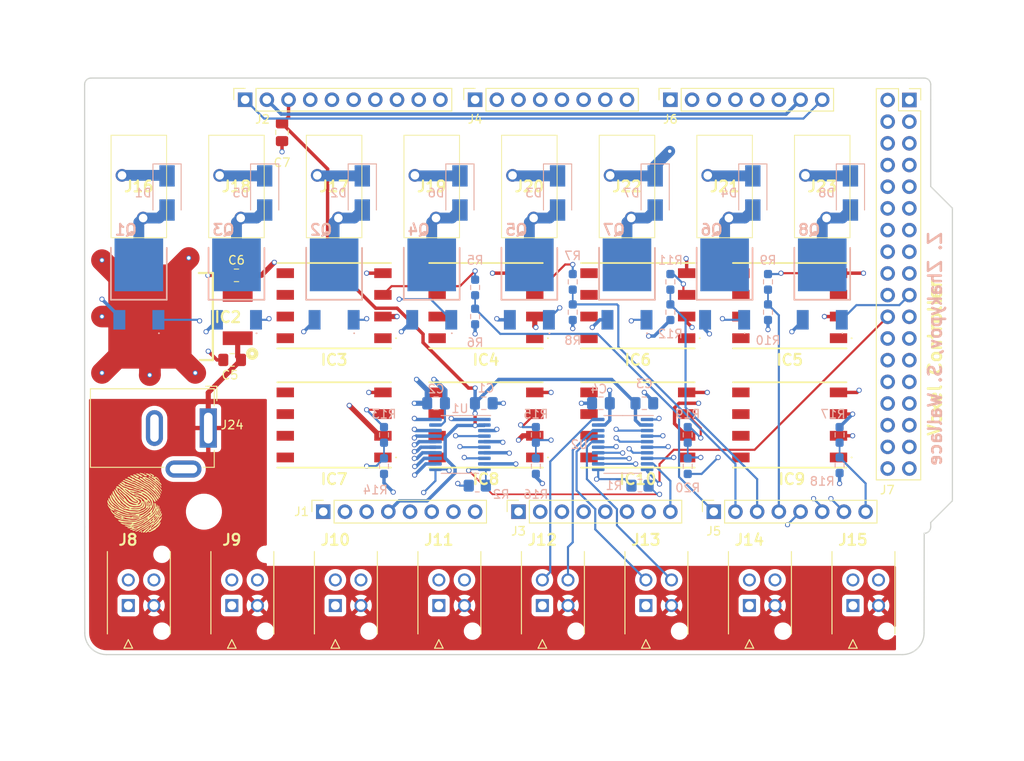
<source format=kicad_pcb>
(kicad_pcb (version 20211014) (generator pcbnew)
  (title_block (title "PneumaticValveController") (date "13 November 2022") (rev "Rev2") (company "CHARM Lab"))
  (layers (0 "F.Cu" signal) (1 "In1.Cu" signal) (2 "In2.Cu" signal) (31 "B.Cu" signal) (34 "B.Paste" user) (35 "F.Paste" user) (36 "B.SilkS" user "B.Silkscreen") (37 "F.SilkS" user "F.Silkscreen") (38 "B.Mask" user) (39 "F.Mask" user) (44 "Edge.Cuts" user))
  (net 0 "")
  (net 1 "GND")
  (net 2 "+12V")
  (net 3 "Net-(D1-Pad2)")
  (net 4 "Net-(D2-Pad2)")
  (net 5 "Net-(D3-Pad2)")
  (net 6 "Net-(D4-Pad2)")
  (net 7 "Net-(D5-Pad2)")
  (net 8 "Net-(D6-Pad2)")
  (net 9 "Net-(D7-Pad2)")
  (net 10 "Net-(D8-Pad2)")
  (net 11 "+5V")
  (net 12 "+3.3V")
  (net 16 "/PneumaticsAndConnectors/IOREF")
  (net 17 "/Pump/PUMP1_PWM_5")
  (net 18 "/Pump/PUMP1_FB_5")
  (net 19 "/Pump/PUMP2_PWM_5")
  (net 20 "/Pump/PUMP2_FB_5")
  (net 21 "/Pump/PUMP3_PWM_5")
  (net 22 "/Pump/PUMP3_FB_5")
  (net 23 "/Pump/PUMP4_PWM_5")
  (net 24 "/Pump/PUMP4_FB_5")
  (net 25 "/Pump/PUMP5_PWM_5")
  (net 26 "/Pump/PUMP5_FB_5")
  (net 27 "/Pump/PUMP6_PWM_5")
  (net 28 "/Pump/PUMP6_FB_5")
  (net 29 "/Pump/PUMP7_PWM_5")
  (net 30 "/Pump/PUMP7_FB_5")
  (net 31 "/Pump/PUMP8_PWM_5")
  (net 32 "/Pump/PUMP8_FB_5")
  (net 33 "PUMP8_PWM_3.3")
  (net 34 "PUMP7_PWM_3.3")
  (net 35 "PUMP2_FB_3.3")
  (net 36 "PUMP3_FB_3.3")
  (net 37 "PUMP4_FB_3.3")
  (net 38 "PUMP5_FB_3.3")
  (net 39 "PUMP6_FB_3.3")
  (net 40 "PUMP7_FB_3.3")
  (net 41 "PUMP8_FB_3.3")
  (net 42 "PUMP6_PWM_3.3")
  (net 43 "PUMP5_PWM_3.3")
  (net 44 "PUMP4_PWM_3.3")
  (net 45 "PUMP3_PWM_3.3")
  (net 46 "PUMP2_PWM_3.3")
  (net 47 "/PneumaticsAndConnectors/~{RESET}")
  (net 48 "/PneumaticsAndConnectors/SOL2")
  (net 49 "/PneumaticsAndConnectors/SOL1")
  (net 50 "/PneumaticsAndConnectors/SOL4")
  (net 51 "/PneumaticsAndConnectors/SOL3")
  (net 52 "/PneumaticsAndConnectors/SOL6")
  (net 53 "/PneumaticsAndConnectors/SOL5")
  (net 54 "/PneumaticsAndConnectors/SOL8")
  (net 55 "/PneumaticsAndConnectors/SOL7")
  (net 57 "Net-(IC3-Pad3)")
  (net 63 "Net-(IC4-Pad3)")
  (net 69 "Net-(IC5-Pad3)")
  (net 75 "Net-(IC6-Pad3)")
  (net 81 "Net-(IC7-Pad3)")
  (net 87 "Net-(IC8-Pad3)")
  (net 93 "Net-(IC9-Pad3)")
  (net 99 "Net-(IC10-Pad3)")
  (net 104 "PRESSURE_ADC1")
  (net 105 "PRESSURE_ADC2")
  (net 106 "PRESSURE_ADC3")
  (net 107 "PRESSURE_ADC4")
  (net 108 "PRESSURE_ADC5")
  (net 109 "PRESSURE_ADC6")
  (net 110 "PRESSURE_ADC7")
  (net 111 "PRESSURE_ADC8")
  (net 112 "/PneumaticsAndConnectors/SCL{slash}21")
  (net 113 "/PneumaticsAndConnectors/SDA{slash}20")
  (net 114 "/PneumaticsAndConnectors/*13")
  (net 115 "/PneumaticsAndConnectors/*12")
  (net 116 "/PneumaticsAndConnectors/*11")
  (net 117 "/PneumaticsAndConnectors/*10")
  (net 118 "LS_ENABLE")
  (net 119 "/PneumaticsAndConnectors/TX0{slash}1")
  (net 120 "/PneumaticsAndConnectors/RX0{slash}0")
  (net 121 "/PneumaticsAndConnectors/TX3{slash}14")
  (net 122 "/PneumaticsAndConnectors/RX3{slash}15")
  (net 123 "/PneumaticsAndConnectors/TX2{slash}16")
  (net 124 "/PneumaticsAndConnectors/RX2{slash}17")
  (net 125 "/PneumaticsAndConnectors/TX1{slash}18")
  (net 126 "/PneumaticsAndConnectors/RX1{slash}19")
  (net 127 "/PneumaticsAndConnectors/*52")
  (net 128 "/PneumaticsAndConnectors/53")
  (net 129 "/PneumaticsAndConnectors/50")
  (net 130 "/PneumaticsAndConnectors/51")
  (net 131 "/PneumaticsAndConnectors/*46")
  (net 132 "/PneumaticsAndConnectors/47")
  (net 133 "/PneumaticsAndConnectors/*44")
  (net 134 "/PneumaticsAndConnectors/*45")
  (net 135 "/PneumaticsAndConnectors/38")
  (net 136 "/PneumaticsAndConnectors/39")
  (net 137 "/PneumaticsAndConnectors/34")
  (net 138 "/PneumaticsAndConnectors/32")
  (net 139 "/PneumaticsAndConnectors/33")
  (net 140 "/PneumaticsAndConnectors/30")
  (net 141 "/PneumaticsAndConnectors/31")
  (net 142 "/PneumaticsAndConnectors/28")
  (net 143 "/PneumaticsAndConnectors/29")
  (net 144 "/PneumaticsAndConnectors/26")
  (net 145 "/PneumaticsAndConnectors/27")
  (net 146 "/PneumaticsAndConnectors/24")
  (net 147 "/PneumaticsAndConnectors/25")
  (net 148 "/PneumaticsAndConnectors/22")
  (net 149 "/PneumaticsAndConnectors/23")
  (net 150 "PUMP1_FB_3.3")
  (net 151 "PUMP1_PWM_3.3")
  (footprint "ValveController:43045-0412" (layer "F.Cu") (at 165.71214 108.45735 -90)
    (fp_text reference "J13")
    (fp_text value "PUMP6" hide)
  )
  (footprint "ValveController:1990009" (layer "F.Cu") (at 128.46 65.36 180)
    (fp_text reference "J17")
    (fp_text value "SOL3" hide)
  )
  (footprint "Connector_PinSocket_2.54mm:PinSocket_2x18_P2.54mm_Vertical" (layer "F.Cu") (at 196.56 49.23)
    (fp_text reference "J7")
    (fp_text value "Digital")
  )
  (footprint "ValveController:CharmLogo" (layer "F.Cu") (at 105.842 96.444 -90)
    (fp_text reference "G***" hide)
    (fp_text value "LOGO" hide)
  )
  (footprint "Connector_PinSocket_2.54mm:PinSocket_1x08_P2.54mm_Vertical" (layer "F.Cu") (at 173.66 97.46 90)
    (fp_text reference "J5")
    (fp_text value "Analog")
  )
  (footprint "Connector_PinSocket_2.54mm:PinSocket_1x08_P2.54mm_Vertical" (layer "F.Cu") (at 127.94 97.46 90)
    (fp_text reference "J1")
    (fp_text value "Power")
  )
  (footprint "Capacitor_SMD:C_0805_2012Metric_Pad1.18x1.45mm_HandSolder" (layer "F.Cu") (at 117.78 69.774 180)
    (fp_text reference "C6")
    (fp_text value "0.1µF")
  )
  (footprint "ValveController:1990009" (layer "F.Cu") (at 162.75 65.36 180)
    (fp_text reference "J22")
    (fp_text value "SOL6" hide)
  )
  (footprint "Connector_PinSocket_2.54mm:PinSocket_1x10_P2.54mm_Vertical" (layer "F.Cu") (at 118.796 49.2 90)
    (fp_text reference "J2")
    (fp_text value "PWM")
  )
  (footprint "Arduino_MountingHole:MountingHole_3.2mm" (layer "F.Cu") (at 196.52 97.46)
    (fp_text reference "MH6" hide)
    (fp_text value "MountingHole_3.2mm" hide)
  )
  (footprint "Connector_PinSocket_2.54mm:PinSocket_1x08_P2.54mm_Vertical" (layer "F.Cu") (at 145.72 49.2 90)
    (fp_text reference "J4")
    (fp_text value "PWM")
  )
  (footprint "ValveController:SSCMANN015PAAA5" (layer "F.Cu") (at 164.77 87.3 90)
    (fp_text reference "IC10")
    (fp_text value "PS7" hide)
  )
  (footprint "Capacitor_SMD:C_0805_2012Metric_Pad1.18x1.45mm_HandSolder" (layer "F.Cu") (at 117.272 79.68 180)
    (fp_text reference "C5")
    (fp_text value "0.33µF")
  )
  (footprint "ValveController:43045-0412" (layer "F.Cu") (at 153.592712 108.45735 -90)
    (fp_text reference "J12")
    (fp_text value "PUMP5" hide)
  )
  (footprint "ValveController:43045-0412" (layer "F.Cu") (at 189.951 108.45735 -90)
    (fp_text reference "J15")
    (fp_text value "PUMP8" hide)
  )
  (footprint "Connector_PinSocket_2.54mm:PinSocket_1x08_P2.54mm_Vertical" (layer "F.Cu") (at 168.58 49.2 90)
    (fp_text reference "J6")
    (fp_text value "Communication" hide)
  )
  (footprint "Arduino_MountingHole:MountingHole_3.2mm" (layer "F.Cu") (at 115.24 49.2)
    (fp_text reference "MH1" hide)
    (fp_text value "MountingHole_3.2mm" hide)
  )
  (footprint "ValveController:43045-0412" (layer "F.Cu") (at 117.234428 108.45735 -90)
    (fp_text reference "J9")
    (fp_text value "PUMP2" hide)
  )
  (footprint "ValveController:43045-0412" (layer "F.Cu") (at 177.831568 108.45735 -90)
    (fp_text reference "J14")
    (fp_text value "PUMP7" hide)
  )
  (footprint "Capacitor_SMD:C_0805_2012Metric_Pad1.18x1.45mm_HandSolder" (layer "F.Cu") (at 123.114 53.01 -90)
    (fp_text reference "C7")
    (fp_text value "0.1µF")
  )
  (footprint "ValveController:SSCMANN015PAAA5" (layer "F.Cu") (at 146.99 87.3 90)
    (fp_text reference "IC8")
    (fp_text value "PS6" hide)
  )
  (footprint "ValveController:43045-0412" (layer "F.Cu") (at 141.473284 108.45735 -90)
    (fp_text reference "J11")
    (fp_text value "PUMP4" hide)
  )
  (footprint "Connector_PinSocket_2.54mm:PinSocket_1x08_P2.54mm_Vertical" (layer "F.Cu") (at 150.8 97.46 90)
    (fp_text reference "J3")
    (fp_text value "Analog")
  )
  (footprint "ValveController:SSCMANN015PAAA5" (layer "F.Cu") (at 146.99 73.33 90)
    (fp_text reference "IC4")
    (fp_text value "PS2" hide)
  )
  (footprint "ValveController:SSCMANN015PAAA5" (layer "F.Cu") (at 182.55 73.33 90)
    (fp_text reference "IC5")
    (fp_text value "PS4" hide)
  )
  (footprint "ValveController:1990009" (layer "F.Cu") (at 151.32 65.36 180)
    (fp_text reference "J20")
    (fp_text value "SOL5" hide)
  )
  (footprint "Connector_BarrelJack:BarrelJack_GCT_DCJ200-10-A_Horizontal" (layer "F.Cu") (at 114.478 87.666 -90)
    (fp_text reference "J24")
    (fp_text value "Barrel_Jack")
  )
  (footprint "ValveController:1990009" (layer "F.Cu") (at 117.03 65.36 180)
    (fp_text reference "J18")
    (fp_text value "SOL2" hide)
  )
  (footprint "ValveController:SSCMANN015PAAA5" (layer "F.Cu") (at 129.21 73.33 90)
    (fp_text reference "IC3")
    (fp_text value "PS1" hide)
  )
  (footprint "ValveController:43045-0412" (layer "F.Cu") (at 105.115 108.45735 -90)
    (fp_text reference "J8")
    (fp_text value "PUMP1" hide)
  )
  (footprint "ValveController:43045-0412" (layer "F.Cu") (at 129.353856 108.45735 -90)
    (fp_text reference "J10")
    (fp_text value "PUMP3" hide)
  )
  (footprint "ValveController:1990009" (layer "F.Cu") (at 139.89 65.36 180)
    (fp_text reference "J19")
    (fp_text value "SOL4" hide)
  )
  (footprint "ValveController:1990009" (layer "F.Cu") (at 174.18 65.36 180)
    (fp_text reference "J21")
    (fp_text value "SOL7" hide)
  )
  (footprint "ValveController:1990009" (layer "F.Cu") (at 105.6 65.36 180)
    (fp_text reference "J16")
    (fp_text value "SOL1" hide)
  )
  (footprint "ValveController:SSCMANN015PAAA5" (layer "F.Cu") (at 164.77 73.33 90)
    (fp_text reference "IC6")
    (fp_text value "PS3" hide)
  )
  (footprint "ValveController:1990009" (layer "F.Cu") (at 185.61 65.36 180)
    (fp_text reference "J23")
    (fp_text value "SOL8" hide)
  )
  (footprint "ValveController:SSCMANN015PAAA5" (layer "F.Cu") (at 129.21 87.3 90)
    (fp_text reference "IC7")
    (fp_text value "PS5" hide)
  )
  (footprint "Arduino_MountingHole:MountingHole_3.2mm" (layer "F.Cu") (at 113.97 97.46)
    (fp_text reference "MH2" hide)
    (fp_text value "MountingHole_3.2mm" hide)
  )
  (footprint "ValveController:SSCMANN015PAAA5" (layer "F.Cu") (at 182.55 87.3 90)
    (fp_text reference "IC9")
    (fp_text value "PS8" hide)
  )
  (footprint "ValveController:D2PAK-STB35NF10T4" (layer "F.Cu") (at 115.017 69.5)
    (fp_text reference "IC2")
    (fp_text value "L7805ABD2T-TR" hide)
  )
  (footprint "Arduino_MountingHole:MountingHole_3.2mm" (layer "F.Cu") (at 190.17 49.2)
    (fp_text reference "MH5" hide)
    (fp_text value "MountingHole_3.2mm" hide)
  )
  (footprint "Resistor_SMD:R_0603_1608Metric_Pad0.98x0.95mm_HandSolder" (layer "B.Cu") (at 135.052 92.126 -90)
    (fp_text reference "R14")
    (fp_text value "66kΩ")
  )
  (footprint "Diode_SMD:D_SMA" (layer "B.Cu") (at 178.232 60.122 -90)
    (fp_text reference "D4")
    (fp_text value "US1J")
  )
  (footprint "Resistor_SMD:R_0603_1608Metric_Pad0.98x0.95mm_HandSolder" (layer "B.Cu") (at 180.01 70.536 -90)
    (fp_text reference "R9")
    (fp_text value "34kΩ")
  )
  (footprint "Resistor_SMD:R_0603_1608Metric_Pad0.98x0.95mm_HandSolder" (layer "B.Cu") (at 188.392 92.0225 -90)
    (fp_text reference "R18")
    (fp_text value "66kΩ")
  )
  (footprint "Resistor_SMD:R_0603_1608Metric_Pad0.98x0.95mm_HandSolder" (layer "B.Cu") (at 180.01 74.092 -90)
    (fp_text reference "R10")
    (fp_text value "66kΩ")
  )
  (footprint "Resistor_SMD:R_0603_1608Metric_Pad0.98x0.95mm_HandSolder" (layer "B.Cu") (at 157.15 70.536 -90)
    (fp_text reference "R7")
    (fp_text value "34kΩ")
  )
  (footprint "Resistor_SMD:R_0603_1608Metric_Pad0.98x0.95mm_HandSolder" (layer "B.Cu") (at 170.612 88.4665 -90)
    (fp_text reference "R19")
    (fp_text value "34kΩ")
  )
  (footprint "Capacitor_SMD:C_0805_2012Metric_Pad1.18x1.45mm_HandSolder" (layer "B.Cu") (at 165.532 84.76)
    (fp_text reference "C3")
    (fp_text value "0.1µF")
  )
  (footprint "Resistor_SMD:R_0603_1608Metric_Pad0.98x0.95mm_HandSolder" (layer "B.Cu") (at 145.72 74.6 -90)
    (fp_text reference "R6")
    (fp_text value "66kΩ")
  )
  (footprint "Diode_SMD:D_SMA" (layer "B.Cu") (at 109.652 60.122 -90)
    (fp_text reference "D1")
    (fp_text value "US1J")
  )
  (footprint "ValveController:IRFR320TRPBFBE3" (layer "B.Cu") (at 106.35 70.79 180)
    (fp_text reference "Q1")
    (fp_text value "IRFR320TRPBF-BE3" hide)
  )
  (footprint "Package_SO:TSSOP-20_4.4x6.5mm_P0.65mm" (layer "B.Cu") (at 143.942 89.586 180)
    (fp_text reference "U1")
    (fp_text value "TXS0108EPW")
  )
  (footprint "Diode_SMD:D_SMA" (layer "B.Cu") (at 155.372 60.122 -90)
    (fp_text reference "D3")
    (fp_text value "US1J")
  )
  (footprint "ValveController:IRFR320TRPBFBE3" (layer "B.Cu") (at 186.36 70.79 180)
    (fp_text reference "Q8")
    (fp_text value "IRFR320TRPBF-BE3" hide)
  )
  (footprint "Resistor_SMD:R_0603_1608Metric_Pad0.98x0.95mm_HandSolder" (layer "B.Cu") (at 157.15 74.092 -90)
    (fp_text reference "R8")
    (fp_text value "66kΩ")
  )
  (footprint "ValveController:IRFR320TRPBFBE3" (layer "B.Cu") (at 117.78 70.79 180)
    (fp_text reference "Q3")
    (fp_text value "IRFR320TRPBF-BE3" hide)
  )
  (footprint "ValveController:IRFR320TRPBFBE3" (layer "B.Cu") (at 152.07 70.79 180)
    (fp_text reference "Q5")
    (fp_text value "IRFR320TRPBF-BE3" hide)
  )
  (footprint "Diode_SMD:D_SMA" (layer "B.Cu") (at 143.942 60.122 -90)
    (fp_text reference "D6")
    (fp_text value "US1J")
  )
  (footprint "Resistor_SMD:R_0603_1608Metric_Pad0.98x0.95mm_HandSolder" (layer "B.Cu") (at 188.392 88.4665 -90)
    (fp_text reference "R17")
    (fp_text value "34kΩ")
  )
  (footprint "Diode_SMD:D_SMA" (layer "B.Cu") (at 132.512 60.122 -90)
    (fp_text reference "D2")
    (fp_text value "US1J")
  )
  (footprint "Resistor_SMD:R_0603_1608Metric_Pad0.98x0.95mm_HandSolder" (layer "B.Cu") (at 152.832 88.4665 -90)
    (fp_text reference "R15")
    (fp_text value "34kΩ")
  )
  (footprint "Resistor_SMD:R_0603_1608Metric_Pad0.98x0.95mm_HandSolder" (layer "B.Cu") (at 170.612 92.126 -90)
    (fp_text reference "R20")
    (fp_text value "66kΩ")
  )
  (footprint "Resistor_SMD:R_0603_1608Metric_Pad0.98x0.95mm_HandSolder" (layer "B.Cu") (at 145.72 71.1945 -90)
    (fp_text reference "R5")
    (fp_text value "34kΩ")
  )
  (footprint "Resistor_SMD:R_0603_1608Metric_Pad0.98x0.95mm_HandSolder" (layer "B.Cu") (at 135.052 88.4665 -90)
    (fp_text reference "R13")
    (fp_text value "34kΩ")
  )
  (footprint "Resistor_SMD:R_0603_1608Metric_Pad0.98x0.95mm_HandSolder" (layer "B.Cu") (at 152.832 92.126 -90)
    (fp_text reference "R16")
    (fp_text value "66kΩ")
  )
  (footprint "Resistor_SMD:R_0603_1608Metric_Pad0.98x0.95mm_HandSolder" (layer "B.Cu") (at 168.58 74.092 -90)
    (fp_text reference "R12")
    (fp_text value "66kΩ")
  )
  (footprint "ValveController:IRFR320TRPBFBE3" (layer "B.Cu") (at 174.93 70.79 180)
    (fp_text reference "Q6")
    (fp_text value "IRFR320TRPBF-BE3" hide)
  )
  (footprint "Resistor_SMD:R_0603_1608Metric_Pad0.98x0.95mm_HandSolder" (layer "B.Cu") (at 168.58 70.536 -90)
    (fp_text reference "R11")
    (fp_text value "34kΩ")
  )
  (footprint "ValveController:IRFR320TRPBFBE3" (layer "B.Cu") (at 129.21 70.79 180)
    (fp_text reference "Q2")
    (fp_text value "IRFR320TRPBF-BE3" hide)
  )
  (footprint "Capacitor_SMD:C_0805_2012Metric_Pad1.18x1.45mm_HandSolder" (layer "B.Cu") (at 146.736 84.76)
    (fp_text reference "C1")
    (fp_text value "0.1µF")
  )
  (footprint "Capacitor_SMD:C_0805_2012Metric_Pad1.18x1.45mm_HandSolder" (layer "B.Cu") (at 160.452 84.76 180)
    (fp_text reference "C4")
    (fp_text value "0.1µF")
  )
  (footprint "Capacitor_SMD:C_0805_2012Metric_Pad1.18x1.45mm_HandSolder" (layer "B.Cu") (at 141.148 84.76 180)
    (fp_text reference "C2")
    (fp_text value "0.1µF")
  )
  (footprint "Package_SO:TSSOP-20_4.4x6.5mm_P0.65mm" (layer "B.Cu") (at 162.992 89.586 180)
    (fp_text reference "U2")
    (fp_text value "TXS0108EPW")
  )
  (footprint "Resistor_SMD:R_0805_2012Metric_Pad1.20x1.40mm_HandSolder" (layer "B.Cu") (at 165.024 94.412 180)
    (fp_text reference "R1")
    (fp_text value "10kΩ")
  )
  (footprint "ValveController:IRFR320TRPBFBE3" (layer "B.Cu") (at 163.5 70.79 180)
    (fp_text reference "Q7")
    (fp_text value "IRFR320TRPBF-BE3" hide)
  )
  (footprint "Diode_SMD:D_SMA" (layer "B.Cu") (at 121.082 60.122 -90)
    (fp_text reference "D5")
    (fp_text value "US1J")
  )
  (footprint "Resistor_SMD:R_0805_2012Metric_Pad1.20x1.40mm_HandSolder" (layer "B.Cu") (at 145.974 94.412 180)
    (fp_text reference "R2")
    (fp_text value "10kΩ")
  )
  (footprint "Diode_SMD:D_SMA" (layer "B.Cu") (at 166.802 60.122 -90)
    (fp_text reference "D7")
    (fp_text value "US1J")
  )
  (footprint "ValveController:IRFR320TRPBFBE3" (layer "B.Cu") (at 140.64 70.79 180)
    (fp_text reference "Q4")
    (fp_text value "IRFR320TRPBF-BE3" hide)
  )
  (footprint "Diode_SMD:D_SMA" (layer "B.Cu") (at 189.662 60.122 -90)
    (fp_text reference "D8")
    (fp_text value "US1J")
  )
  (gr_line (start 198.298 100) (end 198.279949 111.665949) (layer "Edge.Cuts") (width 0.15))
  (gr_line (start 199.06 59.36) (end 201.6 61.9) (layer "Edge.Cuts") (width 0.15))
  (gr_line (start 100 99.238) (end 100 47.422) (layer "Edge.Cuts") (width 0.15))
  (gr_arc (start 198.298 46.66) (mid 198.836815 46.883185) (end 199.06 47.422) (layer "Edge.Cuts") (width 0.15))
  (gr_line (start 100 99.238) (end 100.018051 111.665949) (layer "Edge.Cuts") (width 0.15))
  (gr_line (start 201.6 61.9) (end 201.6 96.19) (layer "Edge.Cuts") (width 0.15))
  (gr_line (start 195.739949 114.205949) (end 102.558051 114.205949) (layer "Edge.Cuts") (width 0.15))
  (gr_arc (start 198.279949 111.665949) (mid 197.536001 113.462001) (end 195.739949 114.205949) (layer "Edge.Cuts") (width 0.15))
  (gr_line (start 100.762 46.66) (end 196.52 46.66) (layer "Edge.Cuts") (width 0.15))
  (gr_line (start 199.06 47.422) (end 199.06 49.2) (layer "Edge.Cuts") (width 0.15))
  (gr_line (start 201.6 96.19) (end 199.06 98.73) (layer "Edge.Cuts") (width 0.15))
  (gr_line (start 196.52 46.66) (end 198.298 46.66) (layer "Edge.Cuts") (width 0.15))
  (gr_arc (start 199.06 99.238) (mid 198.836815 99.776815) (end 198.298 100) (layer "Edge.Cuts") (width 0.15))
  (gr_arc (start 102.558051 114.205949) (mid 100.762 113.462) (end 100.018051 111.665949) (layer "Edge.Cuts") (width 0.15))
  (gr_line (start 199.06 49.2) (end 199.06 59.36) (layer "Edge.Cuts") (width 0.15))
  (gr_line (start 199.06 98.73) (end 199.06 99.238) (layer "Edge.Cuts") (width 0.15))
  (gr_arc (start 100 47.422) (mid 100.223185 46.883185) (end 100.762 46.66) (layer "Edge.Cuts") (width 0.15))
  (gr_text "Z. Zhakypov, S. Wallace" (at 199.568 78.41 90) (layer "B.SilkS") (effects (font (size 1.5 1.5) (thickness 0.3)) (justify mirror)))
  (gr_text "Voxel Controller" (at 199.568 79.426 90) (layer "F.SilkS") (effects (font (size 1.5 1.5) (thickness 0.3))))
  (segment (start 190.424 83.49) (end 190.678 83.236) (width 0.4) (layer "F.Cu") (net 1))
  (segment (start 152.706 69.52) (end 147.752 69.52) (width 0.4) (layer "F.Cu") (net 1))
  (segment (start 107.646 74.6) (end 107.646 75.896) (width 2.54) (layer "F.Cu") (net 1))
  (segment (start 170.486 67.87) (end 170.424411 67.808411) (width 0.4) (layer "F.Cu") (net 1))
  (segment (start 107.646 81.432) (end 107.62 81.458) (width 2.54) (layer "F.Cu") (net 1))
  (segment (start 107.646 72.288) (end 112.192 67.742) (width 2.54) (layer "F.Cu") (net 1))
  (segment (start 107.646 74.6) (end 107.646 81.432) (width 2.54) (layer "F.Cu") (net 1))
  (segment (start 107.646 74.6) (end 107.646 73.61) (width 2.54) (layer "F.Cu") (net 1))
  (segment (start 107.646 75.896) (end 112.954 81.204) (width 2.54) (layer "F.Cu") (net 1))
  (segment (start 107.646 73.61) (end 102.032 67.996) (width 2.54) (layer "F.Cu") (net 1))
  (segment (start 170.486 69.52) (end 170.486 67.87) (width 0.4) (layer "F.Cu") (net 1))
  (segment (start 188.266 69.52) (end 191.186 69.52) (width 0.4) (layer "F.Cu") (net 1))
  (segment (start 116.7425 69.774) (end 114.435498 69.774) (width 0.4) (layer "F.Cu") (net 1))
  (segment (start 123.114 54.0475) (end 123.114 55.296) (width 0.4) (layer "F.Cu") (net 1))
  (segment (start 170.486 83.49) (end 172.898 83.49) (width 0.4) (layer "F.Cu") (net 1))
  (segment (start 115.494 79.68) (end 114.478 78.664) (width 0.4) (layer "F.Cu") (net 1))
  (segment (start 188.266 83.49) (end 190.424 83.49) (width 0.4) (layer "F.Cu") (net 1))
  (segment (start 107.646 74.6) (end 102.032 74.6) (width 2.54) (layer "F.Cu") (net 1))
  (segment (start 134.926 69.52) (end 133.02 69.52) (width 0.4) (layer "F.Cu") (net 1))
  (segment (start 115.7265 79.68) (end 115.494 79.68) (width 0.4) (layer "F.Cu") (net 1))
  (segment (start 107.646 74.6) (end 107.646 75.59) (width 2.54) (layer "F.Cu") (net 1))
  (segment (start 107.646 74.6) (end 107.646 72.288) (width 2.54) (layer "F.Cu") (net 1))
  (segment (start 107.646 75.59) (end 102.032 81.204) (width 2.54) (layer "F.Cu") (net 1))
  (segment (start 152.706 83.49) (end 154.61 83.49) (width 0.4) (layer "F.Cu") (net 1))
  (segment (start 134.926 83.49) (end 133.274 83.49) (width 0.4) (layer "F.Cu") (net 1))
  (via (at 139.696204 95.219447) (size 0.6) (drill 0.4) (layers "F.Cu" "B.Cu") (net 1))
  (via (at 166.04 76.886) (size 0.6) (drill 0.4) (layers "F.Cu" "B.Cu") (net 1))
  (via (at 138.608 84.76) (size 0.6) (drill 0.4) (layers "F.Cu" "B.Cu") (net 1))
  (via (at 112.192 67.742) (size 0.6) (drill 0.4) (layers "F.Cu" "B.Cu") (net 1))
  (via (at 114.224 76.378) (size 0.6) (drill 0.4) (layers "F.Cu" "B.Cu") (net 1))
  (via (at 157.15 76.0075) (size 0.6) (drill 0.4) (layers "F.Cu" "B.Cu") (net 1))
  (via (at 133.02 69.52) (size 0.6) (drill 0.4) (layers "F.Cu" "B.Cu") (net 1))
  (via (at 182.804 76.378) (size 0.6) (drill 0.4) (layers "F.Cu" "B.Cu") (net 1))
  (via (at 136.1305 95.171527) (size 0.6) (drill 0.4) (layers "F.Cu" "B.Cu") (net 1))
  (via (at 107.62 81.458) (size 0.6) (drill 0.4) (layers "F.Cu" "B.Cu") (net 1))
  (via (at 138.862 81.966) (size 0.6) (drill 0.4) (layers "F.Cu" "B.Cu") (net 1))
  (via (at 114.435498 69.774) (size 0.6) (drill 0.4) (layers "F.Cu" "B.Cu") (net 1))
  (via (at 102.032 72.568) (size 0.6) (drill 0.4) (layers "F.Cu" "B.Cu") (net 1))
  (via (at 180.01 76.124) (size 0.6) (drill 0.4) (layers "F.Cu" "B.Cu") (net 1))
  (via (at 149.022 84.76) (size 0.6) (drill 0.4) (layers "F.Cu" "B.Cu") (net 1))
  (via (at 123.114 55.296) (size 0.6) (drill 0.4) (layers "F.Cu" "B.Cu") (net 1))
  (via (at 158.166 84.76) (size 0.6) (drill 0.4) (layers "F.Cu" "B.Cu") (net 1))
  (via (at 154.61 83.49) (size 0.6) (drill 0.4) (layers "F.Cu" "B.Cu") (net 1))
  (via (at 173.152 76.632) (size 0.6) (drill 0.4) (layers "F.Cu" "B.Cu") (net 1))
  (via (at 142.672 92.634) (size 0.6) (drill 0.4) (layers "F.Cu" "B.Cu") (net 1))
  (via (at 153.594 94.158) (size 0.6) (drill 0.4) (layers "F.Cu" "B.Cu") (net 1))
  (via (at 137.084 76.378) (size 0.6) (drill 0.4) (layers "F.Cu" "B.Cu") (net 1))
  (via (at 143.688 94.158) (size 0.6) (drill 0.4) (layers "F.Cu" "B.Cu") (net 1))
  (via (at 188.392 94.158) (size 0.6) (drill 0.4) (layers "F.Cu" "B.Cu") (net 1))
  (via (at 170.424411 67.808411) (size 0.6) (drill 0.4) (layers "F.Cu" "B.Cu") (net 1))
  (via (at 148.26 74.854) (size 0.6) (drill 0.4) (layers "F.Cu" "B.Cu") (net 1))
  (via (at 102.032 81.204) (size 0.6) (drill 0.4) (layers "F.Cu" "B.Cu") (net 1))
  (via (at 191.186 69.52) (size 0.6) (drill 0.4) (layers "F.Cu" "B.Cu") (net 1))
  (via (at 125.654 76.378) (size 0.6) (drill 0.4) (layers "F.Cu" "B.Cu") (net 1))
  (via (at 102.032 67.996) (size 0.6) (drill 0.4) (layers "F.Cu" "B.Cu") (net 1))
  (via (at 174.168 91.11) (size 0.6) (drill 0.4) (layers "F.Cu" "B.Cu") (net 1))
  (via (at 159.944 93.65) (size 0.6) (drill 0.4) (layers "F.Cu" "B.Cu") (net 1))
  (via (at 147.752 69.52) (size 0.6) (drill 0.4) (layers "F.Cu" "B.Cu") (net 1))
  (via (at 145.72 76.632) (size 0.6) (drill 0.4) (layers "F.Cu" "B.Cu") (net 1))
  (via (at 133.274 83.49) (size 0.6) (drill 0.4) (layers "F.Cu" "B.Cu") (net 1))
  (via (at 114.478 78.664) (size 0.6) (drill 0.4) (layers "F.Cu" "B.Cu") (net 1))
  (via (at 190.678 83.236) (size 0.6) (drill 0.4) (layers "F.Cu" "B.Cu") (net 1))
  (via (at 165.532 83.49) (size 0.6) (drill 0.4) (layers "F.Cu" "B.Cu") (net 1))
  (via (at 159.436 75.87) (size 0.6) (drill 0.4) (layers "F.Cu" "B.Cu") (net 1))
  (via (at 102.032 74.6) (size 0.6) (drill 0.4) (layers "F.Cu" "B.Cu") (net 1))
  (via (at 172.898 83.49) (size 0.6) (drill 0.4) (layers "F.Cu" "B.Cu") (net 1))
  (via (at 112.954 81.204) (size 0.6) (drill 0.4) (layers "F.Cu" "B.Cu") (net 1))
  (segment (start 170.612 93.0385) (end 172.2395 93.0385) (width 0.25) (layer "B.Cu") (net 1))
  (segment (start 143.942 94.412) (end 143.688 94.158) (width 0.25) (layer "B.Cu") (net 1))
  (segment (start 141.0795 92.511) (end 142.549 92.511) (width 0.25) (layer "B.Cu") (net 1))
  (segment (start 138.354 74.982) (end 138.354 75.108) (width 0.4) (layer "B.Cu") (net 1))
  (segment (start 172.2395 93.0385) (end 174.168 91.11) (width 0.25) (layer "B.Cu") (net 1))
  (segment (start 147.7735 84.76) (end 149.022 84.76) (width 0.4) (layer "B.Cu") (net 1))
  (segment (start 149.784 74.982) (end 148.388 74.982) (width 0.4) (layer "B.Cu") (net 1))
  (segment (start 138.354 75.108) (end 137.084 76.378) (width 0.4) (layer "B.Cu") (net 1))
  (segment (start 180.01 75.0045) (end 180.01 76.124) (width 0.4) (layer "B.Cu") (net 1))
  (segment (start 126.924 75.108) (end 125.654 76.378) (width 0.4) (layer "B.Cu") (net 1))
  (segment (start 135.052 94.093027) (end 136.1305 95.171527) (width 0.4) (layer "B.Cu") (net 1))
  (segment (start 160.1295 93.4645) (end 159.944 93.65) (width 0.25) (layer "B.Cu") (net 1))
  (segment (start 152.832 93.0385) (end 152.832 93.396) (width 0.4) (layer "B.Cu") (net 1))
  (segment (start 164.024 94.412) (end 163.262 93.65) (width 0.25) (layer "B.Cu") (net 1))
  (segment (start 166.6985 76.886) (end 166.04 76.886) (width 0.4) (layer "B.Cu") (net 1))
  (segment (start 140.1105 84.76) (end 138.608 84.76) (width 0.6) (layer "B.Cu") (net 1))
  (segment (start 140.1105 84.76) (end 140.1105 83.2145) (width 0.6) (layer "B.Cu") (net 1))
  (segment (start 142.549 92.511) (end 142.672 92.634) (width 0.25) (layer "B.Cu") (net 1))
  (segment (start 168.58 75.0045) (end 166.6985 76.886) (width 0.4) (layer "B.Cu") (net 1))
  (segment (start 163.262 93.65) (end 159.944 93.65) (width 0.25) (layer "B.Cu") (net 1))
  (segment (start 126.924 74.982) (end 126.924 75.108) (width 0.4) (layer "B.Cu") (net 1))
  (segment (start 159.4145 84.76) (end 158.166 84.76) (width 0.4) (layer "B.Cu") (net 1))
  (segment (start 160.1295 92.511) (end 160.1295 93.4645) (width 0.25) (layer "B.Cu") (net 1))
  (segment (start 104.064 74.6) (end 102.032 72.568) (width 0.4) (layer "B.Cu") (net 1))
  (segment (start 160.324 74.982) (end 159.436 75.87) (width 0.4) (layer "B.Cu") (net 1))
  (segment (start 140.1105 83.2145) (end 138.862 81.966) (width 0.6) (layer "B.Cu") (net 1))
  (segment (start 141.0795 93.836151) (end 139.696204 95.219447) (width 0.25) (layer "B.Cu") (net 1))
  (segment (start 172.644 74.982) (end 172.644 76.124) (width 0.4) (layer "B.Cu") (net 1))
  (segment (start 161.214 74.982) (end 160.324 74.982) (width 0.4) (layer "B.Cu") (net 1))
  (segment (start 184.074 75.108) (end 182.804 76.378) (width 0.4) (layer "B.Cu") (net 1))
  (segment (start 184.074 74.982) (end 184.074 75.108) (width 0.4) (layer "B.Cu") (net 1))
  (segment (start 104.064 74.982) (end 104.064 74.6) (width 0.4) (layer "B.Cu") (net 1))
  (segment (start 135.052 93.0385) (end 135.052 94.093027) (width 0.4) (layer "B.Cu") (net 1))
  (segment (start 157.15 75.0045) (end 157.15 76.0075) (width 0.4) (layer "B.Cu") (net 1))
  (segment (start 148.388 74.982) (end 148.26 74.854) (width 0.4) (layer "B.Cu") (net 1))
  (segment (start 166.5695 84.76) (end 166.5695 84.5275) (width 0.4) (layer "B.Cu") (net 1))
  (segment (start 152.832 93.396) (end 153.594 94.158) (width 0.4) (layer "B.Cu") (net 1))
  (segment (start 188.392 92.935) (end 188.392 94.158) (width 0.4) (layer "B.Cu") (net 1))
  (segment (start 172.644 76.124) (end 173.152 76.632) (width 0.4) (layer "B.Cu") (net 1))
  (segment (start 115.494 74.982) (end 115.494 75.108) (width 0.4) (layer "B.Cu") (net 1))
  (segment (start 115.494 75.108) (end 114.224 76.378) (width 0.4) (layer "B.Cu") (net 1))
  (segment (start 166.5695 84.5275) (end 165.532 83.49) (width 0.4) (layer "B.Cu") (net 1))
  (segment (start 144.974 94.412) (end 143.942 94.412) (width 0.25) (layer "B.Cu") (net 1))
  (segment (start 141.0795 92.511) (end 141.0795 93.836151) (width 0.25) (layer "B.Cu") (net 1))
  (segment (start 145.72 75.5125) (end 145.72 76.632) (width 0.4) (layer "B.Cu") (net 1))
  (segment (start 118.3095 79.68) (end 114.478 83.5115) (width 0.6) (layer "F.Cu") (net 2))
  (segment (start 117.921 77.14) (end 117.921 79.2915) (width 0.6) (layer "F.Cu") (net 2))
  (segment (start 114.478 83.5115) (end 114.478 87.666) (width 0.6) (layer "F.Cu") (net 2))
  (segment (start 117.921 79.2915) (end 118.3095 79.68) (width 0.6) (layer "F.Cu") (net 2))
  (segment (start 106.35 68.547) (end 106.35 63.56) (width 1.27) (layer "B.Cu") (net 3))
  (segment (start 108.714 63.06) (end 109.652 62.122) (width 1.27) (layer "B.Cu") (net 3))
  (segment (start 106.85 63.06) (end 108.714 63.06) (width 1.27) (layer "B.Cu") (net 3))
  (segment (start 106.35 63.56) (end 106.85 63.06) (width 1.27) (layer "B.Cu") (net 3))
  (segment (start 129.71 63.06) (end 131.574 63.06) (width 1.27) (layer "B.Cu") (net 4))
  (segment (start 129.21 68.547) (end 129.21 63.56) (width 1.27) (layer "B.Cu") (net 4))
  (segment (start 131.574 63.06) (end 132.512 62.122) (width 1.27) (layer "B.Cu") (net 4))
  (segment (start 129.21 63.56) (end 129.71 63.06) (width 1.27) (layer "B.Cu") (net 4))
  (segment (start 152.07 63.56) (end 152.57 63.06) (width 1.27) (layer "B.Cu") (net 5))
  (segment (start 152.57 63.06) (end 154.434 63.06) (width 1.27) (layer "B.Cu") (net 5))
  (segment (start 152.07 68.547) (end 152.07 63.56) (width 1.27) (layer "B.Cu") (net 5))
  (segment (start 154.434 63.06) (end 155.372 62.122) (width 1.27) (layer "B.Cu") (net 5))
  (segment (start 174.93 68.547) (end 174.93 63.56) (width 1.27) (layer "B.Cu") (net 6))
  (segment (start 177.294 63.06) (end 178.232 62.122) (width 1.27) (layer "B.Cu") (net 6))
  (segment (start 175.43 63.06) (end 177.294 63.06) (width 1.27) (layer "B.Cu") (net 6))
  (segment (start 174.93 63.56) (end 175.43 63.06) (width 1.27) (layer "B.Cu") (net 6))
  (segment (start 118.28 63.06) (end 120.144 63.06) (width 1.27) (layer "B.Cu") (net 7))
  (segment (start 117.78 63.56) (end 118.28 63.06) (width 1.27) (layer "B.Cu") (net 7))
  (segment (start 117.78 68.547) (end 117.78 63.56) (width 1.27) (layer "B.Cu") (net 7))
  (segment (start 120.144 63.06) (end 121.082 62.122) (width 1.27) (layer "B.Cu") (net 7))
  (segment (start 140.64 63.56) (end 141.14 63.06) (width 1.27) (layer "B.Cu") (net 8))
  (segment (start 141.14 63.06) (end 143.004 63.06) (width 1.27) (layer "B.Cu") (net 8))
  (segment (start 140.64 68.547) (end 140.64 63.56) (width 1.27) (layer "B.Cu") (net 8))
  (segment (start 143.004 63.06) (end 143.942 62.122) (width 1.27) (layer "B.Cu") (net 8))
  (segment (start 164 63.06) (end 165.864 63.06) (width 1.27) (layer "B.Cu") (net 9))
  (segment (start 163.5 63.56) (end 164 63.06) (width 1.27) (layer "B.Cu") (net 9))
  (segment (start 165.864 63.06) (end 166.802 62.122) (width 1.27) (layer "B.Cu") (net 9))
  (segment (start 163.5 68.547) (end 163.5 63.56) (width 1.27) (layer "B.Cu") (net 9))
  (segment (start 186.36 68.547) (end 186.36 63.56) (width 1.27) (layer "B.Cu") (net 10))
  (segment (start 186.36 63.56) (end 186.86 63.06) (width 1.27) (layer "B.Cu") (net 10))
  (segment (start 186.86 63.06) (end 188.724 63.06) (width 1.27) (layer "B.Cu") (net 10))
  (segment (start 188.724 63.06) (end 189.662 62.122) (width 1.27) (layer "B.Cu") (net 10))
  (segment (start 134.926 74.6) (end 136.576 74.6) (width 0.6) (layer "F.Cu") (net 11))
  (segment (start 118.8175 69.774) (end 120.6905 69.774) (width 0.6) (layer "F.Cu") (net 11))
  (segment (start 134.544 88.57) (end 130.988 85.014) (width 0.6) (layer "F.Cu") (net 11))
  (segment (start 120.6905 69.774) (end 122.2145 68.25) (width 0.6) (layer "F.Cu") (net 11))
  (segment (start 152.706 75.744) (end 152.832 75.87) (width 0.6) (layer "F.Cu") (net 11))
  (segment (start 118.8175 71.1635) (end 117.921 72.06) (width 0.6) (layer "F.Cu") (net 11))
  (segment (start 151.308 88.57) (end 150.8 89.078) (width 0.6) (layer "F.Cu") (net 11))
  (segment (start 169.07 87.154) (end 169.07 85.286) (width 0.4) (layer "F.Cu") (net 11))
  (segment (start 169.596 84.76) (end 171.882 84.76) (width 0.4) (layer "F.Cu") (net 11))
  (segment (start 188.266 88.57) (end 189.916 88.57) (width 0.4) (layer "F.Cu") (net 11))
  (segment (start 118.8175 69.774) (end 118.8175 71.1635) (width 0.6) (layer "F.Cu") (net 11))
  (segment (start 152.706 74.6) (end 152.706 75.744) (width 0.6) (layer "F.Cu") (net 11))
  (segment (start 170.486 88.57) (end 169.07 87.154) (width 0.4) (layer "F.Cu") (net 11))
  (segment (start 169.07 85.286) (end 169.596 84.76) (width 0.4) (layer "F.Cu") (net 11))
  (segment (start 152.706 88.57) (end 151.308 88.57) (width 0.6) (layer "F.Cu") (net 11))
  (segment (start 170.486 74.6) (end 170.486 75.236) (width 0.4) (layer "F.Cu") (net 11))
  (segment (start 170.486 75.236) (end 171.12 75.87) (width 0.4) (layer "F.Cu") (net 11))
  (segment (start 188.266 74.6) (end 186.614 74.6) (width 0.4) (layer "F.Cu") (net 11))
  (segment (start 134.926 88.57) (end 134.544 88.57) (width 0.6) (layer "F.Cu") (net 11))
  (via (at 140.894 81.966) (size 0.6) (drill 0.4) (layers "F.Cu" "B.Cu") (net 11))
  (via (at 122.2145 68.25) (size 0.6) (drill 0.4) (layers "F.Cu" "B.Cu") (net 11))
  (via (at 152.832 75.87) (size 0.6) (drill 0.4) (layers "F.Cu" "B.Cu") (net 11))
  (via (at 171.12 75.87) (size 0.6) (drill 0.4) (layers "F.Cu" "B.Cu") (net 11))
  (via (at 171.882 84.76) (size 0.6) (drill 0.4) (layers "F.Cu" "B.Cu") (net 11))
  (via (at 150.8 89.078) (size 0.6) (drill 0.4) (layers "F.Cu" "B.Cu") (net 11))
  (via (at 186.614 74.6) (size 0.6) (drill 0.4) (layers "F.Cu" "B.Cu") (net 11))
  (via (at 136.576 74.6) (size 0.6) (drill 0.4) (layers "F.Cu" "B.Cu") (net 11))
  (via (at 189.916 88.57) (size 0.6) (drill 0.4) (layers "F.Cu" "B.Cu") (net 11))
  (via (at 161.468 83.236) (size 0.6) (drill 0.4) (layers "F.Cu" "B.Cu") (net 11))
  (via (at 130.988 85.014) (size 0.6) (drill 0.4) (layers "F.Cu" "B.Cu") (net 11))
  (via (at 168.504199 55.230522) (size 0.6) (drill 0.4) (layers "F.Cu" "B.Cu") (net 11))
  (segment (start 166.802 58.122) (end 161.592 58.122) (width 1.27) (layer "B.Cu") (net 11))
  (segment (start 150.162 58.122) (end 150.1 58.06) (width 1.27) (layer "B.Cu") (net 11))
  (segment (start 161.4895 84.76) (end 161.4895 83.2575) (width 0.4) (layer "B.Cu") (net 11))
  (segment (start 142.1855 84.76) (end 142.1855 83.2575) (width 0.6) (layer "B.Cu") (net 11))
  (segment (start 109.59 58.06) (end 109.652 58.122) (width 1.27) (layer "B.Cu") (net 11))
  (segment (start 184.452 58.122) (end 184.39 58.06) (width 1.27) (layer "B.Cu") (net 11))
  (segment (start 155.372 58.122) (end 150.162 58.122) (width 1.27) (layer "B.Cu") (net 11))
  (segment (start 115.872 58.122) (end 115.81 58.06) (width 1.27) (layer "B.Cu") (net 11))
  (segment (start 189.662 58.122) (end 184.452 58.122) (width 1.27) (layer "B.Cu") (net 11))
  (segment (start 138.732 58.122) (end 138.67 58.06) (width 1.27) (layer "B.Cu") (net 11))
  (segment (start 141.0795 87.311) (end 141.768041 87.311) (width 0.25) (layer "B.Cu") (net 11))
  (segment (start 160.924107 87.311) (end 160.1295 87.311) (width 0.4) (layer "B.Cu") (net 11))
  (segment (start 173.022 58.122) (end 172.96 58.06) (width 1.27) (layer "B.Cu") (net 11))
  (segment (start 166.802 58.122) (end 166.802 56.932721) (width 1.27) (layer "B.Cu") (net 11))
  (segment (start 143.942 58.122) (end 138.732 58.122) (width 1.27) (layer "B.Cu") (net 11))
  (segment (start 161.592 58.122) (end 161.53 58.06) (width 1.27) (layer "B.Cu") (net 11))
  (segment (start 178.232 58.122) (end 173.022 58.122) (width 1.27) (layer "B.Cu") (net 11))
  (segment (start 127.302 58.122) (end 127.24 58.06) (width 1.27) (layer "B.Cu") (net 11))
  (segment (start 161.4895 84.76) (end 161.4895 86.745607) (width 0.4) (layer "B.Cu") (net 11))
  (segment (start 142.1855 83.2575) (end 140.894 81.966) (width 0.6) (layer "B.Cu") (net 11))
  (segment (start 142.1855 86.893541) (end 142.1855 84.76) (width 0.25) (layer "B.Cu") (net 11))
  (segment (start 121.082 58.122) (end 115.872 58.122) (width 1.27) (layer "B.Cu") (net 11))
  (segment (start 141.768041 87.311) (end 142.1855 86.893541) (width 0.25) (layer "B.Cu") (net 11))
  (segment (start 166.802 56.932721) (end 168.504199 55.230522) (width 1.27) (layer "B.Cu") (net 11))
  (segment (start 161.4895 86.745607) (end 160.924107 87.311) (width 0.4) (layer "B.Cu") (net 11))
  (segment (start 104.38 58.06) (end 109.59 58.06) (width 1.27) (layer "B.Cu") (net 11))
  (segment (start 132.512 58.122) (end 127.302 58.122) (width 1.27) (layer "B.Cu") (net 11))
  (segment (start 161.4895 83.2575) (end 161.468 83.236) (width 0.4) (layer "B.Cu") (net 11))
  (segment (start 136.59445 73.6285) (end 139.624 76.65805) (width 0.4) (layer "F.Cu") (net 12))
  (segment (start 139.624 77.648) (end 144.958 82.982) (width 0.4) (layer "F.Cu") (net 12))
  (segment (start 128.448 67.996) (end 134.0805 73.6285) (width 0.4) (layer "F.Cu") (net 12))
  (segment (start 134.0805 73.6285) (end 136.59445 73.6285) (width 0.4) (layer "F.Cu") (net 12))
  (segment (start 123.876 51.2105) (end 123.114 51.9725) (width 0.4) (layer "F.Cu") (net 12))
  (segment (start 144.958 82.982) (end 145.72 82.982) (width 0.4) (layer "F.Cu") (net 12))
  (segment (start 123.114 51.9725) (end 128.448 57.3065) (width 0.4) (layer "F.Cu") (net 12))
  (segment (start 139.624 76.65805) (end 139.624 77.648) (width 0.4) (layer "F.Cu") (net 12))
  (segment (start 123.876 49.2) (end 123.876 51.2105) (width 0.4) (layer "F.Cu") (net 12))
  (segment (start 128.448 57.3065) (end 128.448 67.996) (width 0.4) (layer "F.Cu") (net 12))
  (segment (start 145.72 85.9615) (end 145.72 87.3605) (width 0.4) (layer "F.Cu") (net 12))
  (via (at 145.72 85.9615) (size 0.6) (drill 0.4) (layers "F.Cu" "B.Cu") (net 12))
  (via (at 145.72 87.3605) (size 0.6) (drill 0.4) (layers "F.Cu" "B.Cu") (net 12))
  (via (at 145.72 82.982) (size 0.6) (drill 0.4) (layers "F.Cu" "B.Cu") (net 12))
  (segment (start 145.72 82.982) (end 145.72 84.7385) (width 0.4) (layer "B.Cu") (net 12))
  (segment (start 145.72 84.7385) (end 145.6985 84.76) (width 0.4) (layer "B.Cu") (net 12))
  (segment (start 145.6985 84.76) (end 148.4925 81.966) (width 0.4) (layer "B.Cu") (net 12))
  (segment (start 143.65355 87.3605) (end 142.217 88.79705) (width 0.4) (layer "B.Cu") (net 12))
  (segment (start 164.4945 84.76) (end 164.4945 86.745607) (width 0.4) (layer "B.Cu") (net 12))
  (segment (start 143.372 92.34405) (end 143.372 92.92395) (width 0.4) (layer "B.Cu") (net 12))
  (segment (start 145.72 87.3605) (end 146.755 87.3605) (width 0.4) (layer "B.Cu") (net 12))
  (segment (start 145.6985 84.76) (end 145.6985 85.94) (width 0.4) (layer "B.Cu") (net 12))
  (segment (start 146.755 87.3605) (end 146.8045 87.311) (width 0.4) (layer "B.Cu") (net 12))
  (segment (start 145.72 87.3605) (end 143.65355 87.3605) (width 0.4) (layer "B.Cu") (net 12))
  (segment (start 142.217 88.79705) (end 142.217 91.18905) (width 0.4) (layer "B.Cu") (net 12))
  (segment (start 161.7005 81.966) (end 164.4945 84.76) (width 0.4) (layer "B.Cu") (net 12))
  (segment (start 143.372 92.92395) (end 140.10595 96.19) (width 0.4) (layer "B.Cu") (net 12))
  (segment (start 140.10595 96.19) (end 136.83 96.19) (width 0.4) (layer "B.Cu") (net 12))
  (segment (start 148.4925 81.966) (end 161.7005 81.966) (width 0.4) (layer "B.Cu") (net 12))
  (segment (start 142.217 91.18905) (end 143.372 92.34405) (width 0.4) (layer "B.Cu") (net 12))
  (segment (start 145.6985 85.94) (end 145.72 85.9615) (width 0.4) (layer "B.Cu") (net 12))
  (segment (start 164.4945 86.745607) (end 165.059893 87.311) (width 0.4) (layer "B.Cu") (net 12))
  (segment (start 136.83 96.19) (end 135.56 97.46) (width 0.4) (layer "B.Cu") (net 12))
  (segment (start 165.059893 87.311) (end 165.8545 87.311) (width 0.4) (layer "B.Cu") (net 12))
  (via (at 138.608 86.538) (size 0.6) (drill 0.4) (layers "F.Cu" "B.Cu") (net 17))
  (segment (start 138.731 86.661) (end 138.608 86.538) (width 0.4) (layer "B.Cu") (net 17))
  (segment (start 141.0795 86.661) (end 138.731 86.661) (width 0.4) (layer "B.Cu") (net 17))
  (via (at 138.608 87.808) (size 0.6) (drill 0.4) (layers "F.Cu" "B.Cu") (net 18))
  (segment (start 141.0795 87.961) (end 138.761 87.961) (width 0.4) (layer "B.Cu") (net 18))
  (segment (start 138.761 87.961) (end 138.608 87.808) (width 0.4) (layer "B.Cu") (net 18))
  (via (at 138.608 88.824) (size 0.6) (drill 0.4) (layers "F.Cu" "B.Cu") (net 19))
  (segment (start 141.0795 88.611) (end 138.821 88.611) (width 0.4) (layer "B.Cu") (net 19))
  (segment (start 138.821 88.611) (end 138.608 88.824) (width 0.4) (layer "B.Cu") (net 19))
  (via (at 138.608 89.623503) (size 0.6) (drill 0.4) (layers "F.Cu" "B.Cu") (net 20))
  (segment (start 138.645503 89.586) (end 138.608 89.623503) (width 0.4) (layer "B.Cu") (net 20))
  (segment (start 141.0795 89.261) (end 139.16095 89.261) (width 0.4) (layer "B.Cu") (net 20))
  (segment (start 139.16095 89.261) (end 138.83595 89.586) (width 0.4) (layer "B.Cu") (net 20))
  (segment (start 138.83595 89.586) (end 138.645503 89.586) (width 0.4) (layer "B.Cu") (net 20))
  (via (at 138.608 90.423006) (size 0.6) (drill 0.4) (layers "F.Cu" "B.Cu") (net 21))
  (segment (start 141.0795 89.911) (end 139.359478 89.911) (width 0.4) (layer "B.Cu") (net 21))
  (segment (start 138.683006 90.348) (end 138.608 90.423006) (width 0.4) (layer "B.Cu") (net 21))
  (segment (start 138.922478 90.348) (end 138.683006 90.348) (width 0.4) (layer "B.Cu") (net 21))
  (segment (start 139.359478 89.911) (end 138.922478 90.348) (width 0.4) (layer "B.Cu") (net 21))
  (via (at 138.608 91.222509) (size 0.6) (drill 0.4) (layers "F.Cu" "B.Cu") (net 22))
  (segment (start 139.558006 90.561) (end 138.896497 91.222509) (width 0.4) (layer "B.Cu") (net 22))
  (segment (start 138.896497 91.222509) (end 138.608 91.222509) (width 0.4) (layer "B.Cu") (net 22))
  (segment (start 141.0795 90.561) (end 139.558006 90.561) (width 0.4) (layer "B.Cu") (net 22))
  (via (at 138.650876 92.168876) (size 0.6) (drill 0.4) (layers "F.Cu" "B.Cu") (net 23))
  (segment (start 141.0795 91.211) (end 139.756534 91.211) (width 0.4) (layer "B.Cu") (net 23))
  (segment (start 139.756534 91.211) (end 138.798658 92.168876) (width 0.4) (layer "B.Cu") (net 23))
  (segment (start 138.798658 92.168876) (end 138.650876 92.168876) (width 0.4) (layer "B.Cu") (net 23))
  (via (at 138.637498 93.171498) (size 0.6) (drill 0.4) (layers "F.Cu" "B.Cu") (net 24))
  (segment (start 138.644564 93.171498) (end 138.637498 93.171498) (width 0.4) (layer "B.Cu") (net 24))
  (segment (start 139.955062 91.861) (end 138.644564 93.171498) (width 0.4) (layer "B.Cu") (net 24))
  (segment (start 141.0795 91.861) (end 139.955062 91.861) (width 0.4) (layer "B.Cu") (net 24))
  (segment (start 154.515 91.586959) (end 154.515 104.535062) (width 0.25) (layer "B.Cu") (net 25))
  (segment (start 154.515 104.535062) (end 153.592712 105.45735) (width 0.25) (layer "B.Cu") (net 25))
  (segment (start 160.1295 86.661) (end 159.440959 86.661) (width 0.25) (layer "B.Cu") (net 25))
  (segment (start 159.440959 86.661) (end 154.515 91.586959) (width 0.25) (layer "B.Cu") (net 25))
  (segment (start 157.15 101.044009) (end 156.592712 101.601297) (width 0.25) (layer "B.Cu") (net 26))
  (segment (start 160.1295 87.961) (end 159.440959 87.961) (width 0.25) (layer "B.Cu") (net 26))
  (segment (start 157.15 90.251959) (end 157.15 101.044009) (width 0.25) (layer "B.Cu") (net 26))
  (segment (start 156.592712 101.601297) (end 156.592712 105.45735) (width 0.25) (layer "B.Cu") (net 26))
  (segment (start 159.440959 87.961) (end 157.15 90.251959) (width 0.25) (layer "B.Cu") (net 26))
  (segment (start 160.1295 88.611) (end 159.427355 88.611) (width 0.25) (layer "B.Cu") (net 27))
  (segment (start 159.427355 88.611) (end 157.6 90.438355) (width 0.25) (layer "B.Cu") (net 27))
  (segment (start 157.6 90.438355) (end 157.6 94.978299) (width 0.25) (layer "B.Cu") (net 27))
  (segment (start 157.6 94.978299) (end 159.785 97.163299) (width 0.25) (layer "B.Cu") (net 27))
  (segment (start 159.785 97.163299) (end 159.785 99.53021) (width 0.25) (layer "B.Cu") (net 27))
  (segment (start 159.785 99.53021) (end 165.71214 105.45735) (width 0.25) (layer "B.Cu") (net 27))
  (segment (start 162.325 97.163299) (end 162.325 99.07021) (width 0.25) (layer "B.Cu") (net 28))
  (segment (start 158.807049 89.867702) (end 158.807049 93.645348) (width 0.25) (layer "B.Cu") (net 28))
  (segment (start 162.325 99.07021) (end 168.71214 105.45735) (width 0.25) (layer "B.Cu") (net 28))
  (segment (start 158.807049 93.645348) (end 162.325 97.163299) (width 0.25) (layer "B.Cu") (net 28))
  (segment (start 160.1295 89.261) (end 159.413751 89.261) (width 0.25) (layer "B.Cu") (net 28))
  (segment (start 159.413751 89.261) (end 158.807049 89.867702) (width 0.25) (layer "B.Cu") (net 28))
  (via (at 162.23 89.84) (size 0.6) (drill 0.4) (layers "F.Cu" "B.Cu") (net 29))
  (segment (start 162.159 89.911) (end 162.23 89.84) (width 0.25) (layer "B.Cu") (net 29))
  (segment (start 160.1295 89.911) (end 162.159 89.911) (width 0.25) (layer "B.Cu") (net 29))
  (via (at 162.992 90.5865) (size 0.6) (drill 0.4) (layers "F.Cu" "B.Cu") (net 30))
  (segment (start 160.1295 90.561) (end 162.9665 90.561) (width 0.25) (layer "B.Cu") (net 30))
  (segment (start 162.9665 90.561) (end 162.992 90.5865) (width 0.25) (layer "B.Cu") (net 30))
  (via (at 163.754 91.2365) (size 0.6) (drill 0.4) (layers "F.Cu" "B.Cu") (net 31))
  (segment (start 163.7285 91.211) (end 163.754 91.2365) (width 0.25) (layer "B.Cu") (net 31))
  (segment (start 160.1295 91.211) (end 163.7285 91.211) (width 0.25) (layer "B.Cu") (net 31))
  (via (at 164.516 91.872) (size 0.6) (drill 0.4) (layers "F.Cu" "B.Cu") (net 32))
  (segment (start 160.1295 91.861) (end 164.505 91.861) (width 0.25) (layer "B.Cu") (net 32))
  (segment (start 164.505 91.861) (end 164.516 91.872) (width 0.25) (layer "B.Cu") (net 32))
  (via (at 168.970498 91.11) (size 0.6) (drill 0.4) (layers "F.Cu" "B.Cu") (net 33))
  (segment (start 165.8545 91.211) (end 168.869498 91.211) (width 0.25) (layer "B.Cu") (net 33))
  (segment (start 168.869498 91.211) (end 168.970498 91.11) (width 0.25) (layer "B.Cu") (net 33))
  (via (at 168.326 89.84) (size 0.6) (drill 0.4) (layers "F.Cu" "B.Cu") (net 34))
  (segment (start 168.255 89.911) (end 168.326 89.84) (width 0.25) (layer "B.Cu") (net 34))
  (segment (start 165.8545 89.911) (end 168.255 89.911) (width 0.25) (layer "B.Cu") (net 34))
  (via (at 148.9595 89.332) (size 0.6) (drill 0.4) (layers "F.Cu" "B.Cu") (net 35))
  (segment (start 148.8885 89.261) (end 148.9595 89.332) (width 0.4) (layer "B.Cu") (net 35))
  (segment (start 146.8045 89.261) (end 148.8885 89.261) (width 0.4) (layer "B.Cu") (net 35))
  (via (at 149.7215 90.602) (size 0.6) (drill 0.4) (layers "F.Cu" "B.Cu") (net 36))
  (segment (start 146.8045 90.561) (end 149.6805 90.561) (width 0.4) (layer "B.Cu") (net 36))
  (segment (start 149.6805 90.561) (end 149.7215 90.602) (width 0.4) (layer "B.Cu") (net 36))
  (via (at 150.4835 91.872) (size 0.6) (drill 0.4) (layers "F.Cu" "B.Cu") (net 37))
  (segment (start 150.4725 91.861) (end 150.4835 91.872) (width 0.4) (layer "B.Cu") (net 37))
  (segment (start 146.8045 91.861) (end 150.4725 91.861) (width 0.4) (layer "B.Cu") (net 37))
  (via (at 162.23 87.808) (size 0.6) (drill 0.4) (layers "F.Cu" "B.Cu") (net 38))
  (segment (start 165.8545 87.961) (end 162.383 87.961) (width 0.25) (layer "B.Cu") (net 38))
  (segment (start 162.383 87.961) (end 162.23 87.808) (width 0.25) (layer "B.Cu") (net 38))
  (via (at 162.23 88.824) (size 0.6) (drill 0.4) (layers "F.Cu" "B.Cu") (net 39))
  (segment (start 165.8545 89.261) (end 162.667 89.261) (width 0.25) (layer "B.Cu") (net 39))
  (segment (start 162.667 89.261) (end 162.23 88.824) (width 0.25) (layer "B.Cu") (net 39))
  (via (at 163.754 90.094) (size 0.6) (drill 0.4) (layers "F.Cu" "B.Cu") (net 40))
  (segment (start 165.8545 90.561) (end 164.221 90.561) (width 0.25) (layer "B.Cu") (net 40))
  (segment (start 164.221 90.561) (end 163.754 90.094) (width 0.25) (layer "B.Cu") (net 40))
  (segment (start 165.8545 91.861) (end 166.577 91.861) (width 0.25) (layer "B.Cu") (net 41))
  (segment (start 166.577 91.861) (end 168.58 93.864) (width 0.25) (layer "B.Cu") (net 41))
  (segment (start 168.58 93.864) (end 168.58 97.46) (width 0.25) (layer "B.Cu") (net 41))
  (via (at 167.7015 88.57) (size 0.6) (drill 0.4) (layers "F.Cu" "B.Cu") (net 42))
  (segment (start 167.6605 88.611) (end 167.7015 88.57) (width 0.25) (layer "B.Cu") (net 42))
  (segment (start 165.8545 88.611) (end 167.6605 88.611) (width 0.25) (layer "B.Cu") (net 42))
  (via (at 167.2515 86.538) (size 0.6) (drill 0.4) (layers "F.Cu" "B.Cu") (net 43))
  (segment (start 167.1285 86.661) (end 167.2515 86.538) (width 0.25) (layer "B.Cu") (net 43))
  (segment (start 165.8545 86.661) (end 167.1285 86.661) (width 0.25) (layer "B.Cu") (net 43))
  (via (at 144.45 91.11) (size 0.6) (drill 0.4) (layers "F.Cu" "B.Cu") (net 44))
  (segment (start 144.551 91.211) (end 144.45 91.11) (width 0.25) (layer "B.Cu") (net 44))
  (segment (start 146.8045 91.211) (end 144.551 91.211) (width 0.25) (layer "B.Cu") (net 44))
  (via (at 143.942 89.84) (size 0.6) (drill 0.4) (layers "F.Cu" "B.Cu") (net 45))
  (segment (start 144.013 89.911) (end 143.942 89.84) (width 0.25) (layer "B.Cu") (net 45))
  (segment (start 146.8045 89.911) (end 144.013 89.911) (width 0.25) (layer "B.Cu") (net 45))
  (via (at 143.434 88.57) (size 0.6) (drill 0.4) (layers "F.Cu" "B.Cu") (net 46))
  (segment (start 143.475 88.611) (end 143.434 88.57) (width 0.25) (layer "B.Cu") (net 46))
  (segment (start 146.8045 88.611) (end 143.475 88.611) (width 0.25) (layer "B.Cu") (net 46))
  (via (at 121.59 74.854) (size 0.6) (drill 0.4) (layers "F.Cu" "B.Cu") (net 48))
  (segment (start 120.066 74.982) (end 121.462 74.982) (width 0.25) (layer "B.Cu") (net 48))
  (segment (start 121.462 74.982) (end 121.59 74.854) (width 0.25) (layer "B.Cu") (net 48))
  (via (at 113.462 75.108) (size 0.6) (drill 0.4) (layers "F.Cu" "B.Cu") (net 49))
  (segment (start 113.336 74.982) (end 113.462 75.108) (width 0.25) (layer "B.Cu") (net 49))
  (segment (start 108.636 74.982) (end 113.336 74.982) (width 0.25) (layer "B.Cu") (net 49))
  (via (at 136.83 72.568) (size 0.6) (drill 0.4) (layers "F.Cu" "B.Cu") (net 50))
  (segment (start 140.512 72.568) (end 136.83 72.568) (width 0.25) (layer "B.Cu") (net 50))
  (segment (start 142.926 74.982) (end 140.512 72.568) (width 0.25) (layer "B.Cu") (net 50))
  (via (at 133.02 74.854) (size 0.6) (drill 0.4) (layers "F.Cu" "B.Cu") (net 51))
  (segment (start 132.892 74.982) (end 133.02 74.854) (width 0.25) (layer "B.Cu") (net 51))
  (segment (start 131.496 74.982) (end 132.892 74.982) (width 0.25) (layer "B.Cu") (net 51))
  (via (at 164.008 75.108) (size 0.6) (drill 0.4) (layers "F.Cu" "B.Cu") (net 52))
  (segment (start 165.786 74.982) (end 164.134 74.982) (width 0.25) (layer "B.Cu") (net 52))
  (segment (start 164.134 74.982) (end 164.008 75.108) (width 0.25) (layer "B.Cu") (net 52))
  (via (at 155.626 73.584) (size 0.6) (drill 0.4) (layers "F.Cu" "B.Cu") (net 53))
  (segment (start 154.356 74.854) (end 155.626 73.584) (width 0.25) (layer "B.Cu") (net 53))
  (segment (start 154.356 74.982) (end 154.356 74.854) (width 0.25) (layer "B.Cu") (net 53))
  (segment (start 195.385 73.265) (end 196.56 72.09) (width 0.25) (layer "B.Cu") (net 54))
  (segment (start 188.646 74.982) (end 190.363 73.265) (width 0.25) (layer "B.Cu") (net 54))
  (segment (start 190.363 73.265) (end 195.385 73.265) (width 0.25) (layer "B.Cu") (net 54))
  (via (at 174.676 74.854) (size 0.6) (drill 0.4) (layers "F.Cu" "B.Cu") (net 55))
  (segment (start 177.216 74.982) (end 174.804 74.982) (width 0.25) (layer "B.Cu") (net 55))
  (segment (start 174.804 74.982) (end 174.676 74.854) (width 0.25) (layer "B.Cu") (net 55))
  (segment (start 135.942 71.044) (end 134.926 72.06) (width 0.25) (layer "F.Cu") (net 57))
  (segment (start 143.942 71.044) (end 135.942 71.044) (width 0.25) (layer "F.Cu") (net 57))
  (segment (start 145.72 69.266) (end 143.942 71.044) (width 0.25) (layer "F.Cu") (net 57))
  (via (at 145.72 69.266) (size 0.6) (drill 0.4) (layers "F.Cu" "B.Cu") (net 57))
  (segment (start 145.72 70.282) (end 145.72 69.266) (width 0.25) (layer "B.Cu") (net 57))
  (segment (start 156.262 68.504) (end 152.706 72.06) (width 0.25) (layer "F.Cu") (net 63))
  (segment (start 157.15 68.504) (end 156.262 68.504) (width 0.25) (layer "F.Cu") (net 63))
  (via (at 157.15 68.504) (size 0.6) (drill 0.4) (layers "F.Cu" "B.Cu") (net 63))
  (segment (start 157.15 69.6235) (end 157.15 68.504) (width 0.25) (layer "B.Cu") (net 63))
  (segment (start 181.534 69.52) (end 185.852 69.52) (width 0.25) (layer "F.Cu") (net 69))
  (segment (start 188.266 71.934) (end 188.266 72.06) (width 0.25) (layer "F.Cu") (net 69))
  (segment (start 185.852 69.52) (end 188.266 71.934) (width 0.25) (layer "F.Cu") (net 69))
  (via (at 181.534 69.52) (size 0.6) (drill 0.4) (layers "F.Cu" "B.Cu") (net 69))
  (segment (start 180.01 69.6235) (end 181.4305 69.6235) (width 0.25) (layer "B.Cu") (net 69))
  (segment (start 181.4305 69.6235) (end 181.534 69.52) (width 0.25) (layer "B.Cu") (net 69))
  (segment (start 170.104 71.678) (end 170.486 72.06) (width 0.25) (layer "F.Cu") (net 75))
  (segment (start 170.104 70.79) (end 170.104 71.678) (width 0.25) (layer "F.Cu") (net 75))
  (via (at 170.104 70.79) (size 0.6) (drill 0.4) (layers "F.Cu" "B.Cu") (net 75))
  (segment (start 168.58 69.6235) (end 168.9375 69.6235) (width 0.25) (layer "B.Cu") (net 75))
  (segment (start 168.9375 69.6235) (end 170.104 70.79) (width 0.25) (layer "B.Cu") (net 75))
  (segment (start 133.02 85.522) (end 134.418 85.522) (width 0.25) (layer "F.Cu") (net 81))
  (segment (start 134.418 85.522) (end 134.926 86.03) (width 0.25) (layer "F.Cu") (net 81))
  (via (at 133.02 85.522) (size 0.6) (drill 0.4) (layers "F.Cu" "B.Cu") (net 81))
  (segment (start 135.052 87.554) (end 133.02 85.522) (width 0.25) (layer "B.Cu") (net 81))
  (segment (start 151.054 87.3) (end 151.436 87.3) (width 0.25) (layer "F.Cu") (net 87))
  (segment (start 151.436 87.3) (end 152.706 86.03) (width 0.25) (layer "F.Cu") (net 87))
  (via (at 151.054 87.3) (size 0.6) (drill 0.4) (layers "F.Cu" "B.Cu") (net 87))
  (segment (start 151.308 87.554) (end 151.054 87.3) (width 0.25) (layer "B.Cu") (net 87))
  (segment (start 152.832 87.554) (end 151.308 87.554) (width 0.25) (layer "B.Cu") (net 87))
  (segment (start 189.916 86.03) (end 188.266 86.03) (width 0.4) (layer "F.Cu") (net 93))
  (via (at 189.916 86.03) (size 0.6) (drill 0.4) (layers "F.Cu" "B.Cu") (net 93))
  (segment (start 188.392 87.554) (end 189.916 86.03) (width 0.4) (layer "B.Cu") (net 93))
  (segment (start 172.136 87.68) (end 170.486 86.03) (width 0.25) (layer "F.Cu") (net 99))
  (segment (start 172.136 88.824) (end 172.136 87.68) (width 0.25) (layer "F.Cu") (net 99))
  (via (at 172.136 88.824) (size 0.6) (drill 0.4) (layers "F.Cu" "B.Cu") (net 99))
  (segment (start 170.612 87.554) (end 170.866 87.554) (width 0.25) (layer "B.Cu") (net 99))
  (segment (start 170.866 87.554) (end 172.136 88.824) (width 0.25) (layer "B.Cu") (net 99))
  (segment (start 148.6645 76.632) (end 145.72 73.6875) (width 0.25) (layer "B.Cu") (net 104))
  (segment (start 145.72 73.6875) (end 145.72 72.107) (width 0.2) (layer "B.Cu") (net 104))
  (segment (start 169.595498 86.160325) (end 160.067173 76.632) (width 0.25) (layer "B.Cu") (net 104))
  (segment (start 160.067173 76.632) (end 148.6645 76.632) (width 0.25) (layer "B.Cu") (net 104))
  (segment (start 173.66 97.46) (end 169.595498 93.395498) (width 0.25) (layer "B.Cu") (net 104))
  (segment (start 169.595498 93.395498) (end 169.595498 86.160325) (width 0.25) (layer "B.Cu") (net 104))
  (segment (start 157.15 73.1795) (end 157.15 71.4485) (width 0.2) (layer "B.Cu") (net 105))
  (segment (start 162.3335 73.1795) (end 157.15 73.1795) (width 0.25) (layer "B.Cu") (net 105))
  (segment (start 162.484 73.33) (end 162.3335 73.1795) (width 0.25) (layer "B.Cu") (net 105))
  (segment (start 176.2 91.859005) (end 162.484 78.143005) (width 0.25) (layer "B.Cu") (net 105))
  (segment (start 176.2 97.46) (end 176.2 91.859005) (width 0.25) (layer "B.Cu") (net 105))
  (segment (start 162.484 78.143005) (end 162.484 73.33) (width 0.25) (layer "B.Cu") (net 105))
  (segment (start 168.58 73.1795) (end 168.58 71.4485) (width 0.2) (layer "B.Cu") (net 106))
  (segment (start 170.358 74.9575) (end 168.58 73.1795) (width 0.25) (layer "B.Cu") (net 106))
  (segment (start 170.358 85.268) (end 170.358 74.9575) (width 0.25) (layer "B.Cu") (net 106))
  (segment (start 178.74 93.65) (end 170.358 85.268) (width 0.25) (layer "B.Cu") (net 106))
  (segment (start 178.74 97.46) (end 178.74 93.65) (width 0.25) (layer "B.Cu") (net 106))
  (segment (start 181.28 74.4495) (end 180.01 73.1795) (width 0.25) (layer "B.Cu") (net 107))
  (segment (start 180.01 73.1795) (end 180.01 71.4485) (width 0.2) (layer "B.Cu") (net 107))
  (segment (start 181.28 97.46) (end 181.28 74.4495) (width 0.25) (layer "B.Cu") (net 107))
  (via (at 182.296 98.984) (size 0.6) (drill 0.4) (layers "F.Cu" "B.Cu") (net 108))
  (via (at 133.02 92.126) (size 0.6) (drill 0.4) (layers "F.Cu" "B.Cu") (net 108))
  (segment (start 183.82 97.46) (end 182.296 98.984) (width 0.25) (layer "B.Cu") (net 108))
  (segment (start 134.1395 92.126) (end 135.052 91.2135) (width 0.25) (layer "B.Cu") (net 108))
  (segment (start 135.052 91.2135) (end 135.052 89.379) (width 0.2) (layer "B.Cu") (net 108))
  (segment (start 133.02 92.126) (end 134.1395 92.126) (width 0.25) (layer "B.Cu") (net 108))
  (via (at 154.61 89.078) (size 0.6) (drill 0.4) (layers "F.Cu" "B.Cu") (net 109))
  (via (at 185.344 95.936) (size 0.6) (drill 0.4) (layers "F.Cu" "B.Cu") (net 109))
  (segment (start 152.832 91.2135) (end 152.832 89.379) (width 0.2) (layer "B.Cu") (net 109))
  (segment (start 186.36 96.952) (end 185.344 95.936) (width 0.25) (layer "B.Cu") (net 109))
  (segment (start 154.61 89.078) (end 153.133 89.078) (width 0.25) (layer "B.Cu") (net 109))
  (segment (start 153.133 89.078) (end 152.832 89.379) (width 0.25) (layer "B.Cu") (net 109))
  (segment (start 186.36 97.46) (end 186.36 96.952) (width 0.25) (layer "B.Cu") (net 109))
  (via (at 187.376 95.936) (size 0.6) (drill 0.4) (layers "F.Cu" "B.Cu") (net 110))
  (via (at 172.136 91.11) (size 0.6) (drill 0.4) (layers "F.Cu" "B.Cu") (net 110))
  (segment (start 172.136 91.11) (end 170.7155 91.11) (width 0.25) (layer "B.Cu") (net 110))
  (segment (start 188.9 97.46) (end 187.376 95.936) (width 0.25) (layer "B.Cu") (net 110))
  (segment (start 170.612 91.2135) (end 170.612 89.379) (width 0.2) (layer "B.Cu") (net 110))
  (segment (start 170.7155 91.11) (end 170.612 91.2135) (width 0.25) (layer "B.Cu") (net 110))
  (segment (start 188.392 91.11) (end 188.392 89.379) (width 0.2) (layer "B.Cu") (net 111))
  (segment (start 191.44 97.46) (end 191.44 94.158) (width 0.25) (layer "B.Cu") (net 111))
  (segment (start 191.44 94.158) (end 188.392 91.11) (width 0.25) (layer "B.Cu") (net 111))
  (segment (start 186.36 49.2) (end 184.152846 51.407154) (width 0.25) (layer "B.Cu") (net 112))
  (segment (start 184.152846 51.407154) (end 121.003154 51.407154) (width 0.25) (layer "B.Cu") (net 112))
  (segment (start 121.003154 51.407154) (end 118.796 49.2) (width 0.25) (layer "B.Cu") (net 112))
  (segment (start 123.018154 50.882154) (end 121.336 49.2) (width 0.4) (layer "B.Cu") (net 113))
  (segment (start 183.82 49.2) (end 182.137846 50.882154) (width 0.4) (layer "B.Cu") (net 113))
  (segment (start 182.137846 50.882154) (end 123.018154 50.882154) (width 0.4) (layer "B.Cu") (net 113))
  (segment (start 167.31 91.886614) (end 168.983114 90.2135) (width 0.25) (layer "F.Cu") (net 118))
  (segment (start 147.752 95.428) (end 167.31 95.428) (width 0.2) (layer "F.Cu") (net 118))
  (segment (start 144.958 92.634) (end 147.752 95.428) (width 0.2) (layer "F.Cu") (net 118))
  (segment (start 178.4365 90.2135) (end 194.02 74.63) (width 0.25) (layer "F.Cu") (net 118))
  (segment (start 168.983114 90.2135) (end 178.4365 90.2135) (width 0.25) (layer "F.Cu") (net 118))
  (segment (start 167.31 94.2165) (end 167.31 91.886614) (width 0.25) (layer "F.Cu") (net 118))
  (via (at 144.958 92.634) (size 0.6) (drill 0.4) (layers "F.Cu" "B.Cu") (net 118))
  (via (at 167.31 94.2165) (size 0.6) (drill 0.4) (layers "F.Cu" "B.Cu") (net 118))
  (via (at 167.31 95.428) (size 0.6) (drill 0.4) (layers "F.Cu" "B.Cu") (net 118))
  (segment (start 167.04 95.428) (end 166.024 94.412) (width 0.2) (layer "B.Cu") (net 118))
  (segment (start 145.081 92.511) (end 144.958 92.634) (width 0.2) (layer "B.Cu") (net 118))
  (segment (start 165.8545 92.761) (end 167.31 94.2165) (width 0.25) (layer "B.Cu") (net 118))
  (segment (start 146.974 94.412) (end 146.974 92.6805) (width 0.2) (layer "B.Cu") (net 118))
  (segment (start 146.974 92.6805) (end 146.8045 92.511) (width 0.2) (layer "B.Cu") (net 118))
  (segment (start 166.024 94.412) (end 166.024 92.6805) (width 0.2) (layer "B.Cu") (net 118))
  (segment (start 165.8545 92.511) (end 165.8545 92.761) (width 0.25) (layer "B.Cu") (net 118))
  (segment (start 146.8045 92.511) (end 145.081 92.511) (width 0.2) (layer "B.Cu") (net 118))
  (segment (start 167.31 95.428) (end 167.04 95.428) (width 0.2) (layer "B.Cu") (net 118))
  (via (at 148.26 87.808) (size 0.6) (drill 0.4) (layers "F.Cu" "B.Cu") (net 150))
  (segment (start 148.107 87.961) (end 148.26 87.808) (width 0.4) (layer "B.Cu") (net 150))
  (segment (start 146.8045 87.961) (end 148.107 87.961) (width 0.4) (layer "B.Cu") (net 150))
  (via (at 142.926 86.538) (size 0.6) (drill 0.4) (layers "F.Cu" "B.Cu") (net 151))
  (segment (start 146.8045 86.661) (end 143.049 86.661) (width 0.4) (layer "B.Cu") (net 151))
  (segment (start 143.049 86.661) (end 142.926 86.538) (width 0.4) (layer "B.Cu") (net 151))
  (zone (net 0) (net_name "") (layers "F.Cu" "In1.Cu") (connect_pads (clearance 0)) (min_thickness 0.254)
    (keepout (tracks not_allowed) (vias not_allowed) (pads not_allowed) (copperpour not_allowed) (footprints allowed))
    (fill (thermal_gap 0.508) (thermal_bridge_width 0.508))
    (polygon (pts (xy 106.858 50.978) (xy 103.302 50.978) (xy 103.302 47.168) (xy 106.858 47.168)))
  )
  (zone (net 2) (net_name "+12V") (layer "F.Cu") (connect_pads (clearance 0.508)) (min_thickness 0.254) (fill yes (thermal_gap 0.508) (thermal_bridge_width 0.508))
    (polygon (pts (xy 121.336 103.81) (xy 194.996 103.81) (xy 194.996 116.256) (xy 100.508 116.256) (xy 100.508 84.252) (xy 121.336 84.252)))
  )
)
</source>
